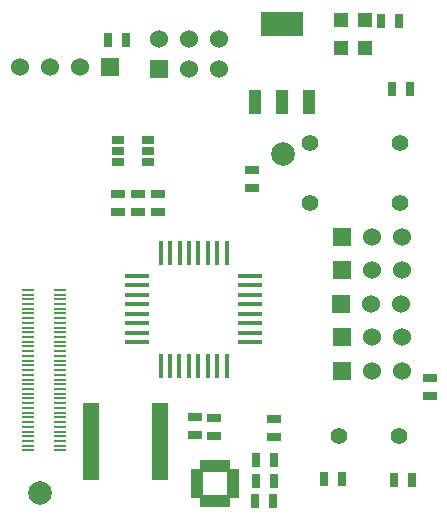
<source format=gts>
G04 (created by PCBNEW (2013-07-07 BZR 4022)-stable) date 9/14/2015 5:12:49 PM*
%MOIN*%
G04 Gerber Fmt 3.4, Leading zero omitted, Abs format*
%FSLAX34Y34*%
G01*
G70*
G90*
G04 APERTURE LIST*
%ADD10C,0.00590551*%
%ADD11R,0.054748X0.027748*%
%ADD12R,0.0177X0.0787*%
%ADD13R,0.0787X0.0177*%
%ADD14C,0.055*%
%ADD15R,0.0394X0.0276*%
%ADD16R,0.144X0.08*%
%ADD17R,0.04X0.08*%
%ADD18R,0.025X0.045*%
%ADD19R,0.045X0.025*%
%ADD20R,0.0248031X0.0393701*%
%ADD21R,0.0393701X0.0248031*%
%ADD22R,0.06X0.06*%
%ADD23C,0.06*%
%ADD24R,0.0472X0.0472*%
%ADD25C,0.056*%
%ADD26C,0.0787*%
%ADD27R,0.0448X0.0078*%
G04 APERTURE END LIST*
G54D10*
G54D11*
X29996Y-32240D03*
X29996Y-32496D03*
X29996Y-32752D03*
X29996Y-33008D03*
X29996Y-33264D03*
X29996Y-33520D03*
X29996Y-33776D03*
X29996Y-34032D03*
X32293Y-34032D03*
X32293Y-33776D03*
X32293Y-33520D03*
X32293Y-33264D03*
X32293Y-33008D03*
X32293Y-32752D03*
X32293Y-32496D03*
X32293Y-32240D03*
X29996Y-34288D03*
X29996Y-34544D03*
X32293Y-34288D03*
X32293Y-34544D03*
G54D12*
X34533Y-30869D03*
X34218Y-30869D03*
X33903Y-30869D03*
X33588Y-30869D03*
X33273Y-30869D03*
X32958Y-30869D03*
X32643Y-30869D03*
X32328Y-30869D03*
X32330Y-27103D03*
X34540Y-27103D03*
X34220Y-27103D03*
X33900Y-27103D03*
X33590Y-27103D03*
X33270Y-27103D03*
X32960Y-27103D03*
X32640Y-27103D03*
G54D13*
X31540Y-30085D03*
X31540Y-29771D03*
X31540Y-29455D03*
X31540Y-29141D03*
X31540Y-28825D03*
X31540Y-28511D03*
X31540Y-28195D03*
X31540Y-27881D03*
X35320Y-30083D03*
X35320Y-29773D03*
X35320Y-29453D03*
X35320Y-29143D03*
X35320Y-28833D03*
X35320Y-28513D03*
X35320Y-28193D03*
X35320Y-27873D03*
G54D14*
X40305Y-23443D03*
X40305Y-25443D03*
X37305Y-23443D03*
X37305Y-25443D03*
G54D15*
X31925Y-23337D03*
X31925Y-23712D03*
X31925Y-24087D03*
X30925Y-24087D03*
X30925Y-23712D03*
X30925Y-23337D03*
G54D16*
X36367Y-19502D03*
G54D17*
X36367Y-22102D03*
X37267Y-22102D03*
X35467Y-22102D03*
G54D18*
X35493Y-34024D03*
X36093Y-34024D03*
X30575Y-20022D03*
X31175Y-20022D03*
G54D19*
X36095Y-33262D03*
X36095Y-32662D03*
X41292Y-31896D03*
X41292Y-31296D03*
G54D18*
X35491Y-35381D03*
X36091Y-35381D03*
G54D19*
X35386Y-24341D03*
X35386Y-24941D03*
G54D18*
X36103Y-34734D03*
X35503Y-34734D03*
X40694Y-34685D03*
X40094Y-34685D03*
X38380Y-34652D03*
X37780Y-34652D03*
G54D19*
X34103Y-33205D03*
X34103Y-32605D03*
G54D18*
X40635Y-21652D03*
X40035Y-21652D03*
X40290Y-19374D03*
X39690Y-19374D03*
G54D19*
X33473Y-32584D03*
X33473Y-33184D03*
X30918Y-25157D03*
X30918Y-25757D03*
X31569Y-25157D03*
X31569Y-25757D03*
X32227Y-25157D03*
X32227Y-25757D03*
G54D20*
X33746Y-35393D03*
X33903Y-35393D03*
X34061Y-35393D03*
X34218Y-35393D03*
X34376Y-35393D03*
X34533Y-35393D03*
G54D21*
X34730Y-35196D03*
X34730Y-35038D03*
X34730Y-34881D03*
X34730Y-34723D03*
X34730Y-34566D03*
X34730Y-34408D03*
G54D20*
X34533Y-34211D03*
X34376Y-34211D03*
X34218Y-34211D03*
X34061Y-34211D03*
X33903Y-34211D03*
X33746Y-34211D03*
G54D21*
X33549Y-34408D03*
X33549Y-34566D03*
X33549Y-34723D03*
X33549Y-34881D03*
X33549Y-35038D03*
X33549Y-35196D03*
G54D22*
X30630Y-20916D03*
G54D23*
X29630Y-20916D03*
X28630Y-20916D03*
X27630Y-20916D03*
G54D24*
X39157Y-20298D03*
X38331Y-20298D03*
X39157Y-19367D03*
X38331Y-19367D03*
G54D25*
X40280Y-33217D03*
X38280Y-33217D03*
G54D26*
X36408Y-23818D03*
X28298Y-35113D03*
G54D27*
X27924Y-33700D03*
X28963Y-33700D03*
X27924Y-33542D03*
X28963Y-33542D03*
X27924Y-33385D03*
X28963Y-33385D03*
X27924Y-33227D03*
X28963Y-33227D03*
X27924Y-33070D03*
X28963Y-33070D03*
X27924Y-32912D03*
X28963Y-32912D03*
X27924Y-32755D03*
X28963Y-32755D03*
X27924Y-32597D03*
X28963Y-32597D03*
X27924Y-32440D03*
X28963Y-32440D03*
X27924Y-32282D03*
X28963Y-32282D03*
X27924Y-32125D03*
X28963Y-32125D03*
X27924Y-31967D03*
X28963Y-31967D03*
X27924Y-31810D03*
X28963Y-31810D03*
X27924Y-31652D03*
X28963Y-31652D03*
X27924Y-31495D03*
X28963Y-31495D03*
X27924Y-31337D03*
X28963Y-31337D03*
X27924Y-31180D03*
X28963Y-31180D03*
X27924Y-31022D03*
X28963Y-31022D03*
X27924Y-30865D03*
X28963Y-30865D03*
X27924Y-30707D03*
X28963Y-30707D03*
X27924Y-30550D03*
X28963Y-30550D03*
X27924Y-30392D03*
X28963Y-30392D03*
X27924Y-30235D03*
X28963Y-30235D03*
X27924Y-30078D03*
X28963Y-30078D03*
X27924Y-29920D03*
X28963Y-29920D03*
X27924Y-29763D03*
X28963Y-29763D03*
X27924Y-29605D03*
X28963Y-29605D03*
X27924Y-29448D03*
X28963Y-29448D03*
X27924Y-29290D03*
X28963Y-29290D03*
X27924Y-29133D03*
X28963Y-29133D03*
X27924Y-28975D03*
X28963Y-28975D03*
X27924Y-28818D03*
X28963Y-28818D03*
X27924Y-28660D03*
X28963Y-28660D03*
X27924Y-28503D03*
X28963Y-28503D03*
X27924Y-28345D03*
X28963Y-28345D03*
G54D22*
X32291Y-20980D03*
G54D23*
X32291Y-19980D03*
X33291Y-20980D03*
X33291Y-19980D03*
X34291Y-20980D03*
X34291Y-19980D03*
G54D22*
X38374Y-31066D03*
G54D23*
X39374Y-31066D03*
X40374Y-31066D03*
G54D22*
X38370Y-29929D03*
G54D23*
X39370Y-29929D03*
X40370Y-29929D03*
G54D22*
X38338Y-28811D03*
G54D23*
X39338Y-28811D03*
X40338Y-28811D03*
G54D22*
X38362Y-27677D03*
G54D23*
X39362Y-27677D03*
X40362Y-27677D03*
G54D22*
X38385Y-26578D03*
G54D23*
X39385Y-26578D03*
X40385Y-26578D03*
M02*

</source>
